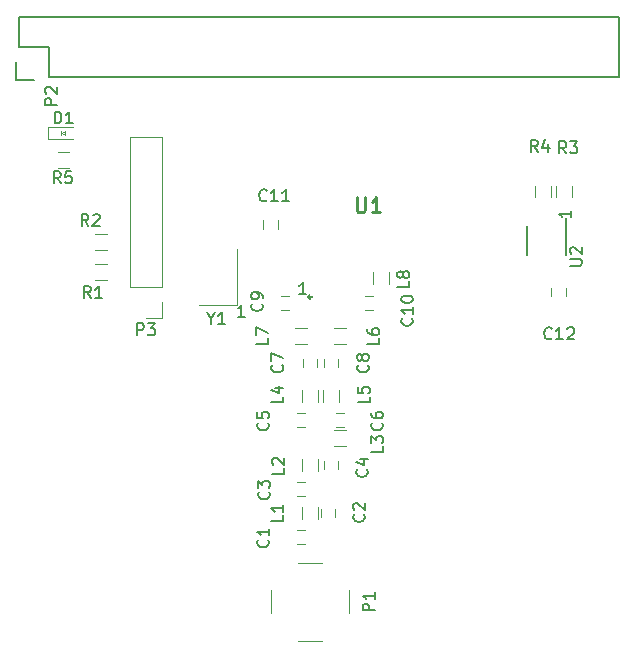
<source format=gto>
G04 #@! TF.FileFunction,Legend,Top*
%FSLAX46Y46*%
G04 Gerber Fmt 4.6, Leading zero omitted, Abs format (unit mm)*
G04 Created by KiCad (PCBNEW 4.0.7) date Sat Mar 24 05:53:16 2018*
%MOMM*%
%LPD*%
G01*
G04 APERTURE LIST*
%ADD10C,0.100000*%
%ADD11C,0.254000*%
%ADD12C,0.120000*%
%ADD13C,0.150000*%
G04 APERTURE END LIST*
D10*
D11*
X75726000Y-63302000D02*
G75*
G03X75726000Y-63302000I-125000J0D01*
G01*
D10*
X54887000Y-49203000D02*
X54887000Y-49603000D01*
X54887000Y-49603000D02*
X54587000Y-49403000D01*
X54587000Y-49403000D02*
X54887000Y-49203000D01*
X54537000Y-49203000D02*
X54537000Y-49603000D01*
D12*
X53437000Y-48903000D02*
X53437000Y-49903000D01*
X53437000Y-49903000D02*
X55537000Y-49903000D01*
X53437000Y-48903000D02*
X55537000Y-48903000D01*
X66243000Y-63995000D02*
X69393000Y-63995000D01*
X69393000Y-63995000D02*
X69393000Y-59195000D01*
D13*
X94006000Y-57322000D02*
X94006000Y-59772000D01*
X97256000Y-56597000D02*
X97256000Y-59772000D01*
X101800000Y-39560000D02*
X51000000Y-39560000D01*
X53540000Y-44640000D02*
X101800000Y-44640000D01*
X101800000Y-39560000D02*
X101800000Y-44640000D01*
X51000000Y-39560000D02*
X51000000Y-42100000D01*
X50720000Y-43370000D02*
X50720000Y-44920000D01*
X51000000Y-42100000D02*
X53540000Y-42100000D01*
X53540000Y-42100000D02*
X53540000Y-44640000D01*
X50720000Y-44920000D02*
X52270000Y-44920000D01*
D12*
X74516500Y-83029500D02*
X75216500Y-83029500D01*
X75216500Y-84229500D02*
X74516500Y-84229500D01*
X76552500Y-81947500D02*
X76552500Y-81247500D01*
X77752500Y-81247500D02*
X77752500Y-81947500D01*
X74516500Y-78965500D02*
X75216500Y-78965500D01*
X75216500Y-80165500D02*
X74516500Y-80165500D01*
X76806500Y-77883500D02*
X76806500Y-77183500D01*
X78006500Y-77183500D02*
X78006500Y-77883500D01*
X74516500Y-73123500D02*
X75216500Y-73123500D01*
X75216500Y-74323500D02*
X74516500Y-74323500D01*
X78518500Y-74323500D02*
X77818500Y-74323500D01*
X77818500Y-73123500D02*
X78518500Y-73123500D01*
X75028500Y-69247500D02*
X75028500Y-68547500D01*
X76228500Y-68547500D02*
X76228500Y-69247500D01*
X76806500Y-69247500D02*
X76806500Y-68547500D01*
X78006500Y-68547500D02*
X78006500Y-69247500D01*
X73119500Y-63217500D02*
X73819500Y-63217500D01*
X73819500Y-64417500D02*
X73119500Y-64417500D01*
X80931500Y-64417500D02*
X80231500Y-64417500D01*
X80231500Y-63217500D02*
X80931500Y-63217500D01*
X72863000Y-56800000D02*
X72863000Y-57500000D01*
X71663000Y-57500000D02*
X71663000Y-56800000D01*
X96047000Y-63215000D02*
X96047000Y-62515000D01*
X97247000Y-62515000D02*
X97247000Y-63215000D01*
X74948500Y-82097500D02*
X74948500Y-81097500D01*
X76308500Y-81097500D02*
X76308500Y-82097500D01*
X74948500Y-78033500D02*
X74948500Y-77033500D01*
X76308500Y-77033500D02*
X76308500Y-78033500D01*
X77668500Y-74567500D02*
X78668500Y-74567500D01*
X78668500Y-75927500D02*
X77668500Y-75927500D01*
X74948500Y-72191500D02*
X74948500Y-71191500D01*
X76308500Y-71191500D02*
X76308500Y-72191500D01*
X76726500Y-72191500D02*
X76726500Y-71191500D01*
X78086500Y-71191500D02*
X78086500Y-72191500D01*
X77668500Y-65931500D02*
X78668500Y-65931500D01*
X78668500Y-67291500D02*
X77668500Y-67291500D01*
X75366500Y-67291500D02*
X74366500Y-67291500D01*
X74366500Y-65931500D02*
X75366500Y-65931500D01*
X80917500Y-62158500D02*
X80917500Y-61158500D01*
X82277500Y-61158500D02*
X82277500Y-62158500D01*
X78928500Y-88090500D02*
X78928500Y-90090500D01*
X72328500Y-88090500D02*
X72328500Y-90090500D01*
X76628500Y-92390500D02*
X74628500Y-92390500D01*
X76628500Y-85790500D02*
X74628500Y-85790500D01*
X63052000Y-49724000D02*
X60392000Y-49724000D01*
X63052000Y-62484000D02*
X63052000Y-49724000D01*
X60392000Y-62484000D02*
X60392000Y-49724000D01*
X63052000Y-62484000D02*
X60392000Y-62484000D01*
X63052000Y-63754000D02*
X63052000Y-65084000D01*
X63052000Y-65084000D02*
X61722000Y-65084000D01*
X57412000Y-60534000D02*
X58412000Y-60534000D01*
X58412000Y-61894000D02*
X57412000Y-61894000D01*
X57412000Y-57994000D02*
X58412000Y-57994000D01*
X58412000Y-59354000D02*
X57412000Y-59354000D01*
X96475000Y-54856000D02*
X96475000Y-53856000D01*
X97835000Y-53856000D02*
X97835000Y-54856000D01*
X94697000Y-54856000D02*
X94697000Y-53856000D01*
X96057000Y-53856000D02*
X96057000Y-54856000D01*
X55237000Y-52369000D02*
X54237000Y-52369000D01*
X54237000Y-51009000D02*
X55237000Y-51009000D01*
D11*
X79550381Y-54867024D02*
X79550381Y-55895119D01*
X79610857Y-56016071D01*
X79671333Y-56076548D01*
X79792286Y-56137024D01*
X80034190Y-56137024D01*
X80155143Y-56076548D01*
X80215619Y-56016071D01*
X80276095Y-55895119D01*
X80276095Y-54867024D01*
X81546095Y-56137024D02*
X80820381Y-56137024D01*
X81183238Y-56137024D02*
X81183238Y-54867024D01*
X81062286Y-55048452D01*
X80941333Y-55169405D01*
X80820381Y-55229881D01*
D13*
X75279215Y-63063381D02*
X74707786Y-63063381D01*
X74993500Y-63063381D02*
X74993500Y-62063381D01*
X74898262Y-62206238D01*
X74803024Y-62301476D01*
X74707786Y-62349095D01*
X53998905Y-48605381D02*
X53998905Y-47605381D01*
X54237000Y-47605381D01*
X54379858Y-47653000D01*
X54475096Y-47748238D01*
X54522715Y-47843476D01*
X54570334Y-48033952D01*
X54570334Y-48176810D01*
X54522715Y-48367286D01*
X54475096Y-48462524D01*
X54379858Y-48557762D01*
X54237000Y-48605381D01*
X53998905Y-48605381D01*
X55522715Y-48605381D02*
X54951286Y-48605381D01*
X55237000Y-48605381D02*
X55237000Y-47605381D01*
X55141762Y-47748238D01*
X55046524Y-47843476D01*
X54951286Y-47891095D01*
X67214809Y-65127190D02*
X67214809Y-65603381D01*
X66881476Y-64603381D02*
X67214809Y-65127190D01*
X67548143Y-64603381D01*
X68405286Y-65603381D02*
X67833857Y-65603381D01*
X68119571Y-65603381D02*
X68119571Y-64603381D01*
X68024333Y-64746238D01*
X67929095Y-64841476D01*
X67833857Y-64889095D01*
X70072215Y-64968381D02*
X69500786Y-64968381D01*
X69786500Y-64968381D02*
X69786500Y-63968381D01*
X69691262Y-64111238D01*
X69596024Y-64206476D01*
X69500786Y-64254095D01*
X97623381Y-60642405D02*
X98432905Y-60642405D01*
X98528143Y-60594786D01*
X98575762Y-60547167D01*
X98623381Y-60451929D01*
X98623381Y-60261452D01*
X98575762Y-60166214D01*
X98528143Y-60118595D01*
X98432905Y-60070976D01*
X97623381Y-60070976D01*
X97718619Y-59642405D02*
X97671000Y-59594786D01*
X97623381Y-59499548D01*
X97623381Y-59261452D01*
X97671000Y-59166214D01*
X97718619Y-59118595D01*
X97813857Y-59070976D01*
X97909095Y-59070976D01*
X98051952Y-59118595D01*
X98623381Y-59690024D01*
X98623381Y-59070976D01*
X97670881Y-55975285D02*
X97670881Y-56546714D01*
X97670881Y-56261000D02*
X96670881Y-56261000D01*
X96813738Y-56356238D01*
X96908976Y-56451476D01*
X96956595Y-56546714D01*
X54173381Y-47029595D02*
X53173381Y-47029595D01*
X53173381Y-46648642D01*
X53221000Y-46553404D01*
X53268619Y-46505785D01*
X53363857Y-46458166D01*
X53506714Y-46458166D01*
X53601952Y-46505785D01*
X53649571Y-46553404D01*
X53697190Y-46648642D01*
X53697190Y-47029595D01*
X53268619Y-46077214D02*
X53221000Y-46029595D01*
X53173381Y-45934357D01*
X53173381Y-45696261D01*
X53221000Y-45601023D01*
X53268619Y-45553404D01*
X53363857Y-45505785D01*
X53459095Y-45505785D01*
X53601952Y-45553404D01*
X54173381Y-46124833D01*
X54173381Y-45505785D01*
X72048643Y-83859666D02*
X72096262Y-83907285D01*
X72143881Y-84050142D01*
X72143881Y-84145380D01*
X72096262Y-84288238D01*
X72001024Y-84383476D01*
X71905786Y-84431095D01*
X71715310Y-84478714D01*
X71572452Y-84478714D01*
X71381976Y-84431095D01*
X71286738Y-84383476D01*
X71191500Y-84288238D01*
X71143881Y-84145380D01*
X71143881Y-84050142D01*
X71191500Y-83907285D01*
X71239119Y-83859666D01*
X72143881Y-82907285D02*
X72143881Y-83478714D01*
X72143881Y-83193000D02*
X71143881Y-83193000D01*
X71286738Y-83288238D01*
X71381976Y-83383476D01*
X71429595Y-83478714D01*
X80176643Y-81700666D02*
X80224262Y-81748285D01*
X80271881Y-81891142D01*
X80271881Y-81986380D01*
X80224262Y-82129238D01*
X80129024Y-82224476D01*
X80033786Y-82272095D01*
X79843310Y-82319714D01*
X79700452Y-82319714D01*
X79509976Y-82272095D01*
X79414738Y-82224476D01*
X79319500Y-82129238D01*
X79271881Y-81986380D01*
X79271881Y-81891142D01*
X79319500Y-81748285D01*
X79367119Y-81700666D01*
X79367119Y-81319714D02*
X79319500Y-81272095D01*
X79271881Y-81176857D01*
X79271881Y-80938761D01*
X79319500Y-80843523D01*
X79367119Y-80795904D01*
X79462357Y-80748285D01*
X79557595Y-80748285D01*
X79700452Y-80795904D01*
X80271881Y-81367333D01*
X80271881Y-80748285D01*
X72112143Y-79795666D02*
X72159762Y-79843285D01*
X72207381Y-79986142D01*
X72207381Y-80081380D01*
X72159762Y-80224238D01*
X72064524Y-80319476D01*
X71969286Y-80367095D01*
X71778810Y-80414714D01*
X71635952Y-80414714D01*
X71445476Y-80367095D01*
X71350238Y-80319476D01*
X71255000Y-80224238D01*
X71207381Y-80081380D01*
X71207381Y-79986142D01*
X71255000Y-79843285D01*
X71302619Y-79795666D01*
X71207381Y-79462333D02*
X71207381Y-78843285D01*
X71588333Y-79176619D01*
X71588333Y-79033761D01*
X71635952Y-78938523D01*
X71683571Y-78890904D01*
X71778810Y-78843285D01*
X72016905Y-78843285D01*
X72112143Y-78890904D01*
X72159762Y-78938523D01*
X72207381Y-79033761D01*
X72207381Y-79319476D01*
X72159762Y-79414714D01*
X72112143Y-79462333D01*
X80430643Y-77890666D02*
X80478262Y-77938285D01*
X80525881Y-78081142D01*
X80525881Y-78176380D01*
X80478262Y-78319238D01*
X80383024Y-78414476D01*
X80287786Y-78462095D01*
X80097310Y-78509714D01*
X79954452Y-78509714D01*
X79763976Y-78462095D01*
X79668738Y-78414476D01*
X79573500Y-78319238D01*
X79525881Y-78176380D01*
X79525881Y-78081142D01*
X79573500Y-77938285D01*
X79621119Y-77890666D01*
X79859214Y-77033523D02*
X80525881Y-77033523D01*
X79478262Y-77271619D02*
X80192548Y-77509714D01*
X80192548Y-76890666D01*
X72048643Y-73953666D02*
X72096262Y-74001285D01*
X72143881Y-74144142D01*
X72143881Y-74239380D01*
X72096262Y-74382238D01*
X72001024Y-74477476D01*
X71905786Y-74525095D01*
X71715310Y-74572714D01*
X71572452Y-74572714D01*
X71381976Y-74525095D01*
X71286738Y-74477476D01*
X71191500Y-74382238D01*
X71143881Y-74239380D01*
X71143881Y-74144142D01*
X71191500Y-74001285D01*
X71239119Y-73953666D01*
X71143881Y-73048904D02*
X71143881Y-73525095D01*
X71620071Y-73572714D01*
X71572452Y-73525095D01*
X71524833Y-73429857D01*
X71524833Y-73191761D01*
X71572452Y-73096523D01*
X71620071Y-73048904D01*
X71715310Y-73001285D01*
X71953405Y-73001285D01*
X72048643Y-73048904D01*
X72096262Y-73096523D01*
X72143881Y-73191761D01*
X72143881Y-73429857D01*
X72096262Y-73525095D01*
X72048643Y-73572714D01*
X81700643Y-73953666D02*
X81748262Y-74001285D01*
X81795881Y-74144142D01*
X81795881Y-74239380D01*
X81748262Y-74382238D01*
X81653024Y-74477476D01*
X81557786Y-74525095D01*
X81367310Y-74572714D01*
X81224452Y-74572714D01*
X81033976Y-74525095D01*
X80938738Y-74477476D01*
X80843500Y-74382238D01*
X80795881Y-74239380D01*
X80795881Y-74144142D01*
X80843500Y-74001285D01*
X80891119Y-73953666D01*
X80795881Y-73096523D02*
X80795881Y-73287000D01*
X80843500Y-73382238D01*
X80891119Y-73429857D01*
X81033976Y-73525095D01*
X81224452Y-73572714D01*
X81605405Y-73572714D01*
X81700643Y-73525095D01*
X81748262Y-73477476D01*
X81795881Y-73382238D01*
X81795881Y-73191761D01*
X81748262Y-73096523D01*
X81700643Y-73048904D01*
X81605405Y-73001285D01*
X81367310Y-73001285D01*
X81272071Y-73048904D01*
X81224452Y-73096523D01*
X81176833Y-73191761D01*
X81176833Y-73382238D01*
X81224452Y-73477476D01*
X81272071Y-73525095D01*
X81367310Y-73572714D01*
X73255143Y-69064166D02*
X73302762Y-69111785D01*
X73350381Y-69254642D01*
X73350381Y-69349880D01*
X73302762Y-69492738D01*
X73207524Y-69587976D01*
X73112286Y-69635595D01*
X72921810Y-69683214D01*
X72778952Y-69683214D01*
X72588476Y-69635595D01*
X72493238Y-69587976D01*
X72398000Y-69492738D01*
X72350381Y-69349880D01*
X72350381Y-69254642D01*
X72398000Y-69111785D01*
X72445619Y-69064166D01*
X72350381Y-68730833D02*
X72350381Y-68064166D01*
X73350381Y-68492738D01*
X80494143Y-69064166D02*
X80541762Y-69111785D01*
X80589381Y-69254642D01*
X80589381Y-69349880D01*
X80541762Y-69492738D01*
X80446524Y-69587976D01*
X80351286Y-69635595D01*
X80160810Y-69683214D01*
X80017952Y-69683214D01*
X79827476Y-69635595D01*
X79732238Y-69587976D01*
X79637000Y-69492738D01*
X79589381Y-69349880D01*
X79589381Y-69254642D01*
X79637000Y-69111785D01*
X79684619Y-69064166D01*
X80017952Y-68492738D02*
X79970333Y-68587976D01*
X79922714Y-68635595D01*
X79827476Y-68683214D01*
X79779857Y-68683214D01*
X79684619Y-68635595D01*
X79637000Y-68587976D01*
X79589381Y-68492738D01*
X79589381Y-68302261D01*
X79637000Y-68207023D01*
X79684619Y-68159404D01*
X79779857Y-68111785D01*
X79827476Y-68111785D01*
X79922714Y-68159404D01*
X79970333Y-68207023D01*
X80017952Y-68302261D01*
X80017952Y-68492738D01*
X80065571Y-68587976D01*
X80113190Y-68635595D01*
X80208429Y-68683214D01*
X80398905Y-68683214D01*
X80494143Y-68635595D01*
X80541762Y-68587976D01*
X80589381Y-68492738D01*
X80589381Y-68302261D01*
X80541762Y-68207023D01*
X80494143Y-68159404D01*
X80398905Y-68111785D01*
X80208429Y-68111785D01*
X80113190Y-68159404D01*
X80065571Y-68207023D01*
X80017952Y-68302261D01*
X71540643Y-63857166D02*
X71588262Y-63904785D01*
X71635881Y-64047642D01*
X71635881Y-64142880D01*
X71588262Y-64285738D01*
X71493024Y-64380976D01*
X71397786Y-64428595D01*
X71207310Y-64476214D01*
X71064452Y-64476214D01*
X70873976Y-64428595D01*
X70778738Y-64380976D01*
X70683500Y-64285738D01*
X70635881Y-64142880D01*
X70635881Y-64047642D01*
X70683500Y-63904785D01*
X70731119Y-63857166D01*
X71635881Y-63380976D02*
X71635881Y-63190500D01*
X71588262Y-63095261D01*
X71540643Y-63047642D01*
X71397786Y-62952404D01*
X71207310Y-62904785D01*
X70826357Y-62904785D01*
X70731119Y-62952404D01*
X70683500Y-63000023D01*
X70635881Y-63095261D01*
X70635881Y-63285738D01*
X70683500Y-63380976D01*
X70731119Y-63428595D01*
X70826357Y-63476214D01*
X71064452Y-63476214D01*
X71159690Y-63428595D01*
X71207310Y-63380976D01*
X71254929Y-63285738D01*
X71254929Y-63095261D01*
X71207310Y-63000023D01*
X71159690Y-62952404D01*
X71064452Y-62904785D01*
X84240643Y-65095357D02*
X84288262Y-65142976D01*
X84335881Y-65285833D01*
X84335881Y-65381071D01*
X84288262Y-65523929D01*
X84193024Y-65619167D01*
X84097786Y-65666786D01*
X83907310Y-65714405D01*
X83764452Y-65714405D01*
X83573976Y-65666786D01*
X83478738Y-65619167D01*
X83383500Y-65523929D01*
X83335881Y-65381071D01*
X83335881Y-65285833D01*
X83383500Y-65142976D01*
X83431119Y-65095357D01*
X84335881Y-64142976D02*
X84335881Y-64714405D01*
X84335881Y-64428691D02*
X83335881Y-64428691D01*
X83478738Y-64523929D01*
X83573976Y-64619167D01*
X83621595Y-64714405D01*
X83335881Y-63523929D02*
X83335881Y-63428690D01*
X83383500Y-63333452D01*
X83431119Y-63285833D01*
X83526357Y-63238214D01*
X83716833Y-63190595D01*
X83954929Y-63190595D01*
X84145405Y-63238214D01*
X84240643Y-63285833D01*
X84288262Y-63333452D01*
X84335881Y-63428690D01*
X84335881Y-63523929D01*
X84288262Y-63619167D01*
X84240643Y-63666786D01*
X84145405Y-63714405D01*
X83954929Y-63762024D01*
X83716833Y-63762024D01*
X83526357Y-63714405D01*
X83431119Y-63666786D01*
X83383500Y-63619167D01*
X83335881Y-63523929D01*
X71937643Y-55094143D02*
X71890024Y-55141762D01*
X71747167Y-55189381D01*
X71651929Y-55189381D01*
X71509071Y-55141762D01*
X71413833Y-55046524D01*
X71366214Y-54951286D01*
X71318595Y-54760810D01*
X71318595Y-54617952D01*
X71366214Y-54427476D01*
X71413833Y-54332238D01*
X71509071Y-54237000D01*
X71651929Y-54189381D01*
X71747167Y-54189381D01*
X71890024Y-54237000D01*
X71937643Y-54284619D01*
X72890024Y-55189381D02*
X72318595Y-55189381D01*
X72604309Y-55189381D02*
X72604309Y-54189381D01*
X72509071Y-54332238D01*
X72413833Y-54427476D01*
X72318595Y-54475095D01*
X73842405Y-55189381D02*
X73270976Y-55189381D01*
X73556690Y-55189381D02*
X73556690Y-54189381D01*
X73461452Y-54332238D01*
X73366214Y-54427476D01*
X73270976Y-54475095D01*
X96067643Y-66778143D02*
X96020024Y-66825762D01*
X95877167Y-66873381D01*
X95781929Y-66873381D01*
X95639071Y-66825762D01*
X95543833Y-66730524D01*
X95496214Y-66635286D01*
X95448595Y-66444810D01*
X95448595Y-66301952D01*
X95496214Y-66111476D01*
X95543833Y-66016238D01*
X95639071Y-65921000D01*
X95781929Y-65873381D01*
X95877167Y-65873381D01*
X96020024Y-65921000D01*
X96067643Y-65968619D01*
X97020024Y-66873381D02*
X96448595Y-66873381D01*
X96734309Y-66873381D02*
X96734309Y-65873381D01*
X96639071Y-66016238D01*
X96543833Y-66111476D01*
X96448595Y-66159095D01*
X97400976Y-65968619D02*
X97448595Y-65921000D01*
X97543833Y-65873381D01*
X97781929Y-65873381D01*
X97877167Y-65921000D01*
X97924786Y-65968619D01*
X97972405Y-66063857D01*
X97972405Y-66159095D01*
X97924786Y-66301952D01*
X97353357Y-66873381D01*
X97972405Y-66873381D01*
X73350381Y-81764166D02*
X73350381Y-82240357D01*
X72350381Y-82240357D01*
X73350381Y-80907023D02*
X73350381Y-81478452D01*
X73350381Y-81192738D02*
X72350381Y-81192738D01*
X72493238Y-81287976D01*
X72588476Y-81383214D01*
X72636095Y-81478452D01*
X73413881Y-77763666D02*
X73413881Y-78239857D01*
X72413881Y-78239857D01*
X72509119Y-77477952D02*
X72461500Y-77430333D01*
X72413881Y-77335095D01*
X72413881Y-77096999D01*
X72461500Y-77001761D01*
X72509119Y-76954142D01*
X72604357Y-76906523D01*
X72699595Y-76906523D01*
X72842452Y-76954142D01*
X73413881Y-77525571D01*
X73413881Y-76906523D01*
X81795881Y-75922166D02*
X81795881Y-76398357D01*
X80795881Y-76398357D01*
X80795881Y-75684071D02*
X80795881Y-75065023D01*
X81176833Y-75398357D01*
X81176833Y-75255499D01*
X81224452Y-75160261D01*
X81272071Y-75112642D01*
X81367310Y-75065023D01*
X81605405Y-75065023D01*
X81700643Y-75112642D01*
X81748262Y-75160261D01*
X81795881Y-75255499D01*
X81795881Y-75541214D01*
X81748262Y-75636452D01*
X81700643Y-75684071D01*
X73350381Y-71731166D02*
X73350381Y-72207357D01*
X72350381Y-72207357D01*
X72683714Y-70969261D02*
X73350381Y-70969261D01*
X72302762Y-71207357D02*
X73017048Y-71445452D01*
X73017048Y-70826404D01*
X80652881Y-71731166D02*
X80652881Y-72207357D01*
X79652881Y-72207357D01*
X79652881Y-70921642D02*
X79652881Y-71397833D01*
X80129071Y-71445452D01*
X80081452Y-71397833D01*
X80033833Y-71302595D01*
X80033833Y-71064499D01*
X80081452Y-70969261D01*
X80129071Y-70921642D01*
X80224310Y-70874023D01*
X80462405Y-70874023D01*
X80557643Y-70921642D01*
X80605262Y-70969261D01*
X80652881Y-71064499D01*
X80652881Y-71302595D01*
X80605262Y-71397833D01*
X80557643Y-71445452D01*
X81478381Y-66778166D02*
X81478381Y-67254357D01*
X80478381Y-67254357D01*
X80478381Y-66016261D02*
X80478381Y-66206738D01*
X80526000Y-66301976D01*
X80573619Y-66349595D01*
X80716476Y-66444833D01*
X80906952Y-66492452D01*
X81287905Y-66492452D01*
X81383143Y-66444833D01*
X81430762Y-66397214D01*
X81478381Y-66301976D01*
X81478381Y-66111499D01*
X81430762Y-66016261D01*
X81383143Y-65968642D01*
X81287905Y-65921023D01*
X81049810Y-65921023D01*
X80954571Y-65968642D01*
X80906952Y-66016261D01*
X80859333Y-66111499D01*
X80859333Y-66301976D01*
X80906952Y-66397214D01*
X80954571Y-66444833D01*
X81049810Y-66492452D01*
X72016881Y-66778166D02*
X72016881Y-67254357D01*
X71016881Y-67254357D01*
X71016881Y-66540071D02*
X71016881Y-65873404D01*
X72016881Y-66301976D01*
X84018381Y-61952166D02*
X84018381Y-62428357D01*
X83018381Y-62428357D01*
X83446952Y-61475976D02*
X83399333Y-61571214D01*
X83351714Y-61618833D01*
X83256476Y-61666452D01*
X83208857Y-61666452D01*
X83113619Y-61618833D01*
X83066000Y-61571214D01*
X83018381Y-61475976D01*
X83018381Y-61285499D01*
X83066000Y-61190261D01*
X83113619Y-61142642D01*
X83208857Y-61095023D01*
X83256476Y-61095023D01*
X83351714Y-61142642D01*
X83399333Y-61190261D01*
X83446952Y-61285499D01*
X83446952Y-61475976D01*
X83494571Y-61571214D01*
X83542190Y-61618833D01*
X83637429Y-61666452D01*
X83827905Y-61666452D01*
X83923143Y-61618833D01*
X83970762Y-61571214D01*
X84018381Y-61475976D01*
X84018381Y-61285499D01*
X83970762Y-61190261D01*
X83923143Y-61142642D01*
X83827905Y-61095023D01*
X83637429Y-61095023D01*
X83542190Y-61142642D01*
X83494571Y-61190261D01*
X83446952Y-61285499D01*
X81080881Y-89828595D02*
X80080881Y-89828595D01*
X80080881Y-89447642D01*
X80128500Y-89352404D01*
X80176119Y-89304785D01*
X80271357Y-89257166D01*
X80414214Y-89257166D01*
X80509452Y-89304785D01*
X80557071Y-89352404D01*
X80604690Y-89447642D01*
X80604690Y-89828595D01*
X81080881Y-88304785D02*
X81080881Y-88876214D01*
X81080881Y-88590500D02*
X80080881Y-88590500D01*
X80223738Y-88685738D01*
X80318976Y-88780976D01*
X80366595Y-88876214D01*
X60983905Y-66536381D02*
X60983905Y-65536381D01*
X61364858Y-65536381D01*
X61460096Y-65584000D01*
X61507715Y-65631619D01*
X61555334Y-65726857D01*
X61555334Y-65869714D01*
X61507715Y-65964952D01*
X61460096Y-66012571D01*
X61364858Y-66060190D01*
X60983905Y-66060190D01*
X61888667Y-65536381D02*
X62507715Y-65536381D01*
X62174381Y-65917333D01*
X62317239Y-65917333D01*
X62412477Y-65964952D01*
X62460096Y-66012571D01*
X62507715Y-66107810D01*
X62507715Y-66345905D01*
X62460096Y-66441143D01*
X62412477Y-66488762D01*
X62317239Y-66536381D01*
X62031524Y-66536381D01*
X61936286Y-66488762D01*
X61888667Y-66441143D01*
X57046834Y-63380881D02*
X56713500Y-62904690D01*
X56475405Y-63380881D02*
X56475405Y-62380881D01*
X56856358Y-62380881D01*
X56951596Y-62428500D01*
X56999215Y-62476119D01*
X57046834Y-62571357D01*
X57046834Y-62714214D01*
X56999215Y-62809452D01*
X56951596Y-62857071D01*
X56856358Y-62904690D01*
X56475405Y-62904690D01*
X57999215Y-63380881D02*
X57427786Y-63380881D01*
X57713500Y-63380881D02*
X57713500Y-62380881D01*
X57618262Y-62523738D01*
X57523024Y-62618976D01*
X57427786Y-62666595D01*
X56856334Y-57284881D02*
X56523000Y-56808690D01*
X56284905Y-57284881D02*
X56284905Y-56284881D01*
X56665858Y-56284881D01*
X56761096Y-56332500D01*
X56808715Y-56380119D01*
X56856334Y-56475357D01*
X56856334Y-56618214D01*
X56808715Y-56713452D01*
X56761096Y-56761071D01*
X56665858Y-56808690D01*
X56284905Y-56808690D01*
X57237286Y-56380119D02*
X57284905Y-56332500D01*
X57380143Y-56284881D01*
X57618239Y-56284881D01*
X57713477Y-56332500D01*
X57761096Y-56380119D01*
X57808715Y-56475357D01*
X57808715Y-56570595D01*
X57761096Y-56713452D01*
X57189667Y-57284881D01*
X57808715Y-57284881D01*
X97305834Y-51125381D02*
X96972500Y-50649190D01*
X96734405Y-51125381D02*
X96734405Y-50125381D01*
X97115358Y-50125381D01*
X97210596Y-50173000D01*
X97258215Y-50220619D01*
X97305834Y-50315857D01*
X97305834Y-50458714D01*
X97258215Y-50553952D01*
X97210596Y-50601571D01*
X97115358Y-50649190D01*
X96734405Y-50649190D01*
X97639167Y-50125381D02*
X98258215Y-50125381D01*
X97924881Y-50506333D01*
X98067739Y-50506333D01*
X98162977Y-50553952D01*
X98210596Y-50601571D01*
X98258215Y-50696810D01*
X98258215Y-50934905D01*
X98210596Y-51030143D01*
X98162977Y-51077762D01*
X98067739Y-51125381D01*
X97782024Y-51125381D01*
X97686786Y-51077762D01*
X97639167Y-51030143D01*
X94892834Y-50998381D02*
X94559500Y-50522190D01*
X94321405Y-50998381D02*
X94321405Y-49998381D01*
X94702358Y-49998381D01*
X94797596Y-50046000D01*
X94845215Y-50093619D01*
X94892834Y-50188857D01*
X94892834Y-50331714D01*
X94845215Y-50426952D01*
X94797596Y-50474571D01*
X94702358Y-50522190D01*
X94321405Y-50522190D01*
X95749977Y-50331714D02*
X95749977Y-50998381D01*
X95511881Y-49950762D02*
X95273786Y-50665048D01*
X95892834Y-50665048D01*
X54506834Y-53665381D02*
X54173500Y-53189190D01*
X53935405Y-53665381D02*
X53935405Y-52665381D01*
X54316358Y-52665381D01*
X54411596Y-52713000D01*
X54459215Y-52760619D01*
X54506834Y-52855857D01*
X54506834Y-52998714D01*
X54459215Y-53093952D01*
X54411596Y-53141571D01*
X54316358Y-53189190D01*
X53935405Y-53189190D01*
X55411596Y-52665381D02*
X54935405Y-52665381D01*
X54887786Y-53141571D01*
X54935405Y-53093952D01*
X55030643Y-53046333D01*
X55268739Y-53046333D01*
X55363977Y-53093952D01*
X55411596Y-53141571D01*
X55459215Y-53236810D01*
X55459215Y-53474905D01*
X55411596Y-53570143D01*
X55363977Y-53617762D01*
X55268739Y-53665381D01*
X55030643Y-53665381D01*
X54935405Y-53617762D01*
X54887786Y-53570143D01*
M02*

</source>
